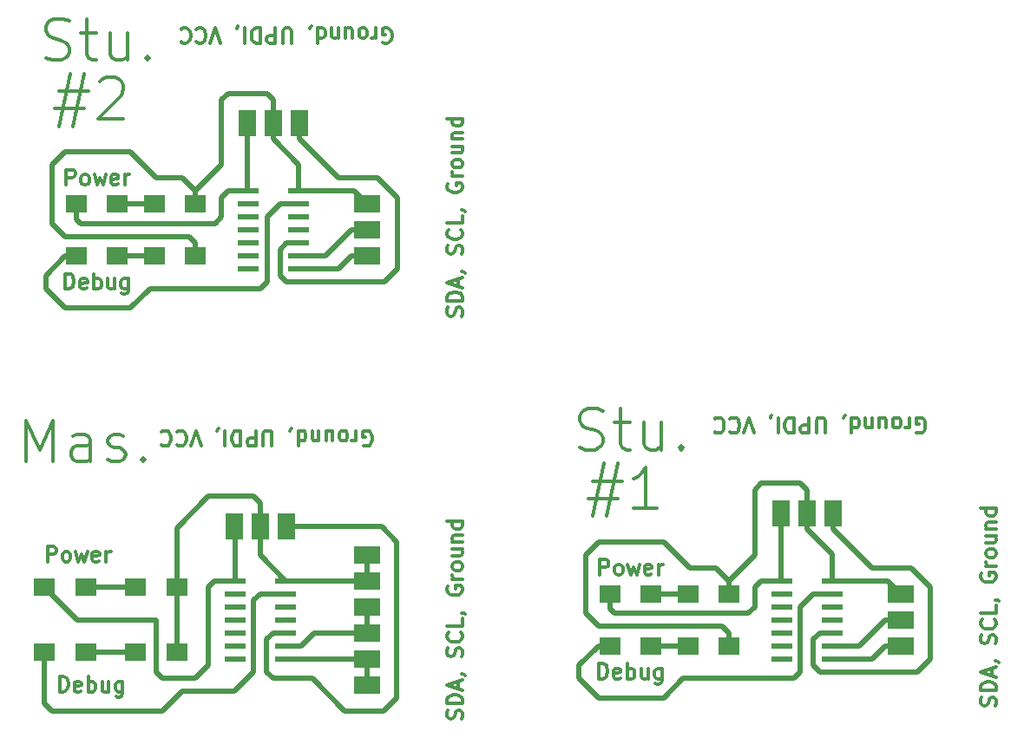
<source format=gbr>
%TF.GenerationSoftware,KiCad,Pcbnew,(6.0.2)*%
%TF.CreationDate,2022-12-05T07:17:16-05:00*%
%TF.ProjectId,Comms,436f6d6d-732e-46b6-9963-61645f706362,rev?*%
%TF.SameCoordinates,Original*%
%TF.FileFunction,Copper,L1,Top*%
%TF.FilePolarity,Positive*%
%FSLAX46Y46*%
G04 Gerber Fmt 4.6, Leading zero omitted, Abs format (unit mm)*
G04 Created by KiCad (PCBNEW (6.0.2)) date 2022-12-05 07:17:16*
%MOMM*%
%LPD*%
G01*
G04 APERTURE LIST*
%ADD10C,0.300000*%
%TA.AperFunction,NonConductor*%
%ADD11C,0.300000*%
%TD*%
%TA.AperFunction,SMDPad,CuDef*%
%ADD12R,2.000000X1.700000*%
%TD*%
%TA.AperFunction,SMDPad,CuDef*%
%ADD13R,2.500000X1.700000*%
%TD*%
%TA.AperFunction,SMDPad,CuDef*%
%ADD14R,2.000000X0.600000*%
%TD*%
%TA.AperFunction,SMDPad,CuDef*%
%ADD15R,1.700000X2.500000*%
%TD*%
%TA.AperFunction,Conductor*%
%ADD16C,0.500000*%
%TD*%
G04 APERTURE END LIST*
D10*
D11*
X199928571Y-85840000D02*
X200071428Y-85911428D01*
X200285714Y-85911428D01*
X200500000Y-85840000D01*
X200642857Y-85697142D01*
X200714285Y-85554285D01*
X200785714Y-85268571D01*
X200785714Y-85054285D01*
X200714285Y-84768571D01*
X200642857Y-84625714D01*
X200500000Y-84482857D01*
X200285714Y-84411428D01*
X200142857Y-84411428D01*
X199928571Y-84482857D01*
X199857142Y-84554285D01*
X199857142Y-85054285D01*
X200142857Y-85054285D01*
X199214285Y-84411428D02*
X199214285Y-85411428D01*
X199214285Y-85125714D02*
X199142857Y-85268571D01*
X199071428Y-85340000D01*
X198928571Y-85411428D01*
X198785714Y-85411428D01*
X198071428Y-84411428D02*
X198214285Y-84482857D01*
X198285714Y-84554285D01*
X198357142Y-84697142D01*
X198357142Y-85125714D01*
X198285714Y-85268571D01*
X198214285Y-85340000D01*
X198071428Y-85411428D01*
X197857142Y-85411428D01*
X197714285Y-85340000D01*
X197642857Y-85268571D01*
X197571428Y-85125714D01*
X197571428Y-84697142D01*
X197642857Y-84554285D01*
X197714285Y-84482857D01*
X197857142Y-84411428D01*
X198071428Y-84411428D01*
X196285714Y-85411428D02*
X196285714Y-84411428D01*
X196928571Y-85411428D02*
X196928571Y-84625714D01*
X196857142Y-84482857D01*
X196714285Y-84411428D01*
X196500000Y-84411428D01*
X196357142Y-84482857D01*
X196285714Y-84554285D01*
X195571428Y-85411428D02*
X195571428Y-84411428D01*
X195571428Y-85268571D02*
X195500000Y-85340000D01*
X195357142Y-85411428D01*
X195142857Y-85411428D01*
X195000000Y-85340000D01*
X194928571Y-85197142D01*
X194928571Y-84411428D01*
X193571428Y-84411428D02*
X193571428Y-85911428D01*
X193571428Y-84482857D02*
X193714285Y-84411428D01*
X194000000Y-84411428D01*
X194142857Y-84482857D01*
X194214285Y-84554285D01*
X194285714Y-84697142D01*
X194285714Y-85125714D01*
X194214285Y-85268571D01*
X194142857Y-85340000D01*
X194000000Y-85411428D01*
X193714285Y-85411428D01*
X193571428Y-85340000D01*
X192785714Y-84482857D02*
X192785714Y-84411428D01*
X192857142Y-84268571D01*
X192928571Y-84197142D01*
X191000000Y-85911428D02*
X191000000Y-84697142D01*
X190928571Y-84554285D01*
X190857142Y-84482857D01*
X190714285Y-84411428D01*
X190428571Y-84411428D01*
X190285714Y-84482857D01*
X190214285Y-84554285D01*
X190142857Y-84697142D01*
X190142857Y-85911428D01*
X189428571Y-84411428D02*
X189428571Y-85911428D01*
X188857142Y-85911428D01*
X188714285Y-85840000D01*
X188642857Y-85768571D01*
X188571428Y-85625714D01*
X188571428Y-85411428D01*
X188642857Y-85268571D01*
X188714285Y-85197142D01*
X188857142Y-85125714D01*
X189428571Y-85125714D01*
X187928571Y-84411428D02*
X187928571Y-85911428D01*
X187571428Y-85911428D01*
X187357142Y-85840000D01*
X187214285Y-85697142D01*
X187142857Y-85554285D01*
X187071428Y-85268571D01*
X187071428Y-85054285D01*
X187142857Y-84768571D01*
X187214285Y-84625714D01*
X187357142Y-84482857D01*
X187571428Y-84411428D01*
X187928571Y-84411428D01*
X186428571Y-84411428D02*
X186428571Y-85911428D01*
X185642857Y-84482857D02*
X185642857Y-84411428D01*
X185714285Y-84268571D01*
X185785714Y-84197142D01*
X184071428Y-85911428D02*
X183571428Y-84411428D01*
X183071428Y-85911428D01*
X181714285Y-84554285D02*
X181785714Y-84482857D01*
X182000000Y-84411428D01*
X182142857Y-84411428D01*
X182357142Y-84482857D01*
X182500000Y-84625714D01*
X182571428Y-84768571D01*
X182642857Y-85054285D01*
X182642857Y-85268571D01*
X182571428Y-85554285D01*
X182500000Y-85697142D01*
X182357142Y-85840000D01*
X182142857Y-85911428D01*
X182000000Y-85911428D01*
X181785714Y-85840000D01*
X181714285Y-85768571D01*
X180214285Y-84554285D02*
X180285714Y-84482857D01*
X180500000Y-84411428D01*
X180642857Y-84411428D01*
X180857142Y-84482857D01*
X181000000Y-84625714D01*
X181071428Y-84768571D01*
X181142857Y-85054285D01*
X181142857Y-85268571D01*
X181071428Y-85554285D01*
X181000000Y-85697142D01*
X180857142Y-85840000D01*
X180642857Y-85911428D01*
X180500000Y-85911428D01*
X180285714Y-85840000D01*
X180214285Y-85768571D01*
D10*
D11*
X169025714Y-99738571D02*
X169025714Y-98238571D01*
X169597142Y-98238571D01*
X169740000Y-98310000D01*
X169811428Y-98381428D01*
X169882857Y-98524285D01*
X169882857Y-98738571D01*
X169811428Y-98881428D01*
X169740000Y-98952857D01*
X169597142Y-99024285D01*
X169025714Y-99024285D01*
X170740000Y-99738571D02*
X170597142Y-99667142D01*
X170525714Y-99595714D01*
X170454285Y-99452857D01*
X170454285Y-99024285D01*
X170525714Y-98881428D01*
X170597142Y-98810000D01*
X170740000Y-98738571D01*
X170954285Y-98738571D01*
X171097142Y-98810000D01*
X171168571Y-98881428D01*
X171240000Y-99024285D01*
X171240000Y-99452857D01*
X171168571Y-99595714D01*
X171097142Y-99667142D01*
X170954285Y-99738571D01*
X170740000Y-99738571D01*
X171740000Y-98738571D02*
X172025714Y-99738571D01*
X172311428Y-99024285D01*
X172597142Y-99738571D01*
X172882857Y-98738571D01*
X174025714Y-99667142D02*
X173882857Y-99738571D01*
X173597142Y-99738571D01*
X173454285Y-99667142D01*
X173382857Y-99524285D01*
X173382857Y-98952857D01*
X173454285Y-98810000D01*
X173597142Y-98738571D01*
X173882857Y-98738571D01*
X174025714Y-98810000D01*
X174097142Y-98952857D01*
X174097142Y-99095714D01*
X173382857Y-99238571D01*
X174740000Y-99738571D02*
X174740000Y-98738571D01*
X174740000Y-99024285D02*
X174811428Y-98881428D01*
X174882857Y-98810000D01*
X175025714Y-98738571D01*
X175168571Y-98738571D01*
D10*
D11*
X115145714Y-98468571D02*
X115145714Y-96968571D01*
X115717142Y-96968571D01*
X115860000Y-97040000D01*
X115931428Y-97111428D01*
X116002857Y-97254285D01*
X116002857Y-97468571D01*
X115931428Y-97611428D01*
X115860000Y-97682857D01*
X115717142Y-97754285D01*
X115145714Y-97754285D01*
X116860000Y-98468571D02*
X116717142Y-98397142D01*
X116645714Y-98325714D01*
X116574285Y-98182857D01*
X116574285Y-97754285D01*
X116645714Y-97611428D01*
X116717142Y-97540000D01*
X116860000Y-97468571D01*
X117074285Y-97468571D01*
X117217142Y-97540000D01*
X117288571Y-97611428D01*
X117360000Y-97754285D01*
X117360000Y-98182857D01*
X117288571Y-98325714D01*
X117217142Y-98397142D01*
X117074285Y-98468571D01*
X116860000Y-98468571D01*
X117860000Y-97468571D02*
X118145714Y-98468571D01*
X118431428Y-97754285D01*
X118717142Y-98468571D01*
X119002857Y-97468571D01*
X120145714Y-98397142D02*
X120002857Y-98468571D01*
X119717142Y-98468571D01*
X119574285Y-98397142D01*
X119502857Y-98254285D01*
X119502857Y-97682857D01*
X119574285Y-97540000D01*
X119717142Y-97468571D01*
X120002857Y-97468571D01*
X120145714Y-97540000D01*
X120217142Y-97682857D01*
X120217142Y-97825714D01*
X119502857Y-97968571D01*
X120860000Y-98468571D02*
X120860000Y-97468571D01*
X120860000Y-97754285D02*
X120931428Y-97611428D01*
X121002857Y-97540000D01*
X121145714Y-97468571D01*
X121288571Y-97468571D01*
D10*
D11*
X145953571Y-87110000D02*
X146096428Y-87181428D01*
X146310714Y-87181428D01*
X146525000Y-87110000D01*
X146667857Y-86967142D01*
X146739285Y-86824285D01*
X146810714Y-86538571D01*
X146810714Y-86324285D01*
X146739285Y-86038571D01*
X146667857Y-85895714D01*
X146525000Y-85752857D01*
X146310714Y-85681428D01*
X146167857Y-85681428D01*
X145953571Y-85752857D01*
X145882142Y-85824285D01*
X145882142Y-86324285D01*
X146167857Y-86324285D01*
X145239285Y-85681428D02*
X145239285Y-86681428D01*
X145239285Y-86395714D02*
X145167857Y-86538571D01*
X145096428Y-86610000D01*
X144953571Y-86681428D01*
X144810714Y-86681428D01*
X144096428Y-85681428D02*
X144239285Y-85752857D01*
X144310714Y-85824285D01*
X144382142Y-85967142D01*
X144382142Y-86395714D01*
X144310714Y-86538571D01*
X144239285Y-86610000D01*
X144096428Y-86681428D01*
X143882142Y-86681428D01*
X143739285Y-86610000D01*
X143667857Y-86538571D01*
X143596428Y-86395714D01*
X143596428Y-85967142D01*
X143667857Y-85824285D01*
X143739285Y-85752857D01*
X143882142Y-85681428D01*
X144096428Y-85681428D01*
X142310714Y-86681428D02*
X142310714Y-85681428D01*
X142953571Y-86681428D02*
X142953571Y-85895714D01*
X142882142Y-85752857D01*
X142739285Y-85681428D01*
X142525000Y-85681428D01*
X142382142Y-85752857D01*
X142310714Y-85824285D01*
X141596428Y-86681428D02*
X141596428Y-85681428D01*
X141596428Y-86538571D02*
X141525000Y-86610000D01*
X141382142Y-86681428D01*
X141167857Y-86681428D01*
X141025000Y-86610000D01*
X140953571Y-86467142D01*
X140953571Y-85681428D01*
X139596428Y-85681428D02*
X139596428Y-87181428D01*
X139596428Y-85752857D02*
X139739285Y-85681428D01*
X140025000Y-85681428D01*
X140167857Y-85752857D01*
X140239285Y-85824285D01*
X140310714Y-85967142D01*
X140310714Y-86395714D01*
X140239285Y-86538571D01*
X140167857Y-86610000D01*
X140025000Y-86681428D01*
X139739285Y-86681428D01*
X139596428Y-86610000D01*
X138810714Y-85752857D02*
X138810714Y-85681428D01*
X138882142Y-85538571D01*
X138953571Y-85467142D01*
X137025000Y-87181428D02*
X137025000Y-85967142D01*
X136953571Y-85824285D01*
X136882142Y-85752857D01*
X136739285Y-85681428D01*
X136453571Y-85681428D01*
X136310714Y-85752857D01*
X136239285Y-85824285D01*
X136167857Y-85967142D01*
X136167857Y-87181428D01*
X135453571Y-85681428D02*
X135453571Y-87181428D01*
X134882142Y-87181428D01*
X134739285Y-87110000D01*
X134667857Y-87038571D01*
X134596428Y-86895714D01*
X134596428Y-86681428D01*
X134667857Y-86538571D01*
X134739285Y-86467142D01*
X134882142Y-86395714D01*
X135453571Y-86395714D01*
X133953571Y-85681428D02*
X133953571Y-87181428D01*
X133596428Y-87181428D01*
X133382142Y-87110000D01*
X133239285Y-86967142D01*
X133167857Y-86824285D01*
X133096428Y-86538571D01*
X133096428Y-86324285D01*
X133167857Y-86038571D01*
X133239285Y-85895714D01*
X133382142Y-85752857D01*
X133596428Y-85681428D01*
X133953571Y-85681428D01*
X132453571Y-85681428D02*
X132453571Y-87181428D01*
X131667857Y-85752857D02*
X131667857Y-85681428D01*
X131739285Y-85538571D01*
X131810714Y-85467142D01*
X130096428Y-87181428D02*
X129596428Y-85681428D01*
X129096428Y-87181428D01*
X127739285Y-85824285D02*
X127810714Y-85752857D01*
X128025000Y-85681428D01*
X128167857Y-85681428D01*
X128382142Y-85752857D01*
X128525000Y-85895714D01*
X128596428Y-86038571D01*
X128667857Y-86324285D01*
X128667857Y-86538571D01*
X128596428Y-86824285D01*
X128525000Y-86967142D01*
X128382142Y-87110000D01*
X128167857Y-87181428D01*
X128025000Y-87181428D01*
X127810714Y-87110000D01*
X127739285Y-87038571D01*
X126239285Y-85824285D02*
X126310714Y-85752857D01*
X126525000Y-85681428D01*
X126667857Y-85681428D01*
X126882142Y-85752857D01*
X127025000Y-85895714D01*
X127096428Y-86038571D01*
X127167857Y-86324285D01*
X127167857Y-86538571D01*
X127096428Y-86824285D01*
X127025000Y-86967142D01*
X126882142Y-87110000D01*
X126667857Y-87181428D01*
X126525000Y-87181428D01*
X126310714Y-87110000D01*
X126239285Y-87038571D01*
D10*
D11*
X155557142Y-74503571D02*
X155628571Y-74289285D01*
X155628571Y-73932142D01*
X155557142Y-73789285D01*
X155485714Y-73717857D01*
X155342857Y-73646428D01*
X155200000Y-73646428D01*
X155057142Y-73717857D01*
X154985714Y-73789285D01*
X154914285Y-73932142D01*
X154842857Y-74217857D01*
X154771428Y-74360714D01*
X154700000Y-74432142D01*
X154557142Y-74503571D01*
X154414285Y-74503571D01*
X154271428Y-74432142D01*
X154200000Y-74360714D01*
X154128571Y-74217857D01*
X154128571Y-73860714D01*
X154200000Y-73646428D01*
X155628571Y-73003571D02*
X154128571Y-73003571D01*
X154128571Y-72646428D01*
X154200000Y-72432142D01*
X154342857Y-72289285D01*
X154485714Y-72217857D01*
X154771428Y-72146428D01*
X154985714Y-72146428D01*
X155271428Y-72217857D01*
X155414285Y-72289285D01*
X155557142Y-72432142D01*
X155628571Y-72646428D01*
X155628571Y-73003571D01*
X155200000Y-71575000D02*
X155200000Y-70860714D01*
X155628571Y-71717857D02*
X154128571Y-71217857D01*
X155628571Y-70717857D01*
X155557142Y-70146428D02*
X155628571Y-70146428D01*
X155771428Y-70217857D01*
X155842857Y-70289285D01*
X155557142Y-68432142D02*
X155628571Y-68217857D01*
X155628571Y-67860714D01*
X155557142Y-67717857D01*
X155485714Y-67646428D01*
X155342857Y-67575000D01*
X155200000Y-67575000D01*
X155057142Y-67646428D01*
X154985714Y-67717857D01*
X154914285Y-67860714D01*
X154842857Y-68146428D01*
X154771428Y-68289285D01*
X154700000Y-68360714D01*
X154557142Y-68432142D01*
X154414285Y-68432142D01*
X154271428Y-68360714D01*
X154200000Y-68289285D01*
X154128571Y-68146428D01*
X154128571Y-67789285D01*
X154200000Y-67575000D01*
X155485714Y-66075000D02*
X155557142Y-66146428D01*
X155628571Y-66360714D01*
X155628571Y-66503571D01*
X155557142Y-66717857D01*
X155414285Y-66860714D01*
X155271428Y-66932142D01*
X154985714Y-67003571D01*
X154771428Y-67003571D01*
X154485714Y-66932142D01*
X154342857Y-66860714D01*
X154200000Y-66717857D01*
X154128571Y-66503571D01*
X154128571Y-66360714D01*
X154200000Y-66146428D01*
X154271428Y-66075000D01*
X155628571Y-64717857D02*
X155628571Y-65432142D01*
X154128571Y-65432142D01*
X155557142Y-64146428D02*
X155628571Y-64146428D01*
X155771428Y-64217857D01*
X155842857Y-64289285D01*
X154200000Y-61575000D02*
X154128571Y-61717857D01*
X154128571Y-61932142D01*
X154200000Y-62146428D01*
X154342857Y-62289285D01*
X154485714Y-62360714D01*
X154771428Y-62432142D01*
X154985714Y-62432142D01*
X155271428Y-62360714D01*
X155414285Y-62289285D01*
X155557142Y-62146428D01*
X155628571Y-61932142D01*
X155628571Y-61789285D01*
X155557142Y-61575000D01*
X155485714Y-61503571D01*
X154985714Y-61503571D01*
X154985714Y-61789285D01*
X155628571Y-60860714D02*
X154628571Y-60860714D01*
X154914285Y-60860714D02*
X154771428Y-60789285D01*
X154700000Y-60717857D01*
X154628571Y-60575000D01*
X154628571Y-60432142D01*
X155628571Y-59717857D02*
X155557142Y-59860714D01*
X155485714Y-59932142D01*
X155342857Y-60003571D01*
X154914285Y-60003571D01*
X154771428Y-59932142D01*
X154700000Y-59860714D01*
X154628571Y-59717857D01*
X154628571Y-59503571D01*
X154700000Y-59360714D01*
X154771428Y-59289285D01*
X154914285Y-59217857D01*
X155342857Y-59217857D01*
X155485714Y-59289285D01*
X155557142Y-59360714D01*
X155628571Y-59503571D01*
X155628571Y-59717857D01*
X154628571Y-57932142D02*
X155628571Y-57932142D01*
X154628571Y-58575000D02*
X155414285Y-58575000D01*
X155557142Y-58503571D01*
X155628571Y-58360714D01*
X155628571Y-58146428D01*
X155557142Y-58003571D01*
X155485714Y-57932142D01*
X154628571Y-57217857D02*
X155628571Y-57217857D01*
X154771428Y-57217857D02*
X154700000Y-57146428D01*
X154628571Y-57003571D01*
X154628571Y-56789285D01*
X154700000Y-56646428D01*
X154842857Y-56575000D01*
X155628571Y-56575000D01*
X155628571Y-55217857D02*
X154128571Y-55217857D01*
X155557142Y-55217857D02*
X155628571Y-55360714D01*
X155628571Y-55646428D01*
X155557142Y-55789285D01*
X155485714Y-55860714D01*
X155342857Y-55932142D01*
X154914285Y-55932142D01*
X154771428Y-55860714D01*
X154700000Y-55789285D01*
X154628571Y-55646428D01*
X154628571Y-55360714D01*
X154700000Y-55217857D01*
D10*
D11*
X207617142Y-112548571D02*
X207688571Y-112334285D01*
X207688571Y-111977142D01*
X207617142Y-111834285D01*
X207545714Y-111762857D01*
X207402857Y-111691428D01*
X207260000Y-111691428D01*
X207117142Y-111762857D01*
X207045714Y-111834285D01*
X206974285Y-111977142D01*
X206902857Y-112262857D01*
X206831428Y-112405714D01*
X206760000Y-112477142D01*
X206617142Y-112548571D01*
X206474285Y-112548571D01*
X206331428Y-112477142D01*
X206260000Y-112405714D01*
X206188571Y-112262857D01*
X206188571Y-111905714D01*
X206260000Y-111691428D01*
X207688571Y-111048571D02*
X206188571Y-111048571D01*
X206188571Y-110691428D01*
X206260000Y-110477142D01*
X206402857Y-110334285D01*
X206545714Y-110262857D01*
X206831428Y-110191428D01*
X207045714Y-110191428D01*
X207331428Y-110262857D01*
X207474285Y-110334285D01*
X207617142Y-110477142D01*
X207688571Y-110691428D01*
X207688571Y-111048571D01*
X207260000Y-109620000D02*
X207260000Y-108905714D01*
X207688571Y-109762857D02*
X206188571Y-109262857D01*
X207688571Y-108762857D01*
X207617142Y-108191428D02*
X207688571Y-108191428D01*
X207831428Y-108262857D01*
X207902857Y-108334285D01*
X207617142Y-106477142D02*
X207688571Y-106262857D01*
X207688571Y-105905714D01*
X207617142Y-105762857D01*
X207545714Y-105691428D01*
X207402857Y-105620000D01*
X207260000Y-105620000D01*
X207117142Y-105691428D01*
X207045714Y-105762857D01*
X206974285Y-105905714D01*
X206902857Y-106191428D01*
X206831428Y-106334285D01*
X206760000Y-106405714D01*
X206617142Y-106477142D01*
X206474285Y-106477142D01*
X206331428Y-106405714D01*
X206260000Y-106334285D01*
X206188571Y-106191428D01*
X206188571Y-105834285D01*
X206260000Y-105620000D01*
X207545714Y-104120000D02*
X207617142Y-104191428D01*
X207688571Y-104405714D01*
X207688571Y-104548571D01*
X207617142Y-104762857D01*
X207474285Y-104905714D01*
X207331428Y-104977142D01*
X207045714Y-105048571D01*
X206831428Y-105048571D01*
X206545714Y-104977142D01*
X206402857Y-104905714D01*
X206260000Y-104762857D01*
X206188571Y-104548571D01*
X206188571Y-104405714D01*
X206260000Y-104191428D01*
X206331428Y-104120000D01*
X207688571Y-102762857D02*
X207688571Y-103477142D01*
X206188571Y-103477142D01*
X207617142Y-102191428D02*
X207688571Y-102191428D01*
X207831428Y-102262857D01*
X207902857Y-102334285D01*
X206260000Y-99620000D02*
X206188571Y-99762857D01*
X206188571Y-99977142D01*
X206260000Y-100191428D01*
X206402857Y-100334285D01*
X206545714Y-100405714D01*
X206831428Y-100477142D01*
X207045714Y-100477142D01*
X207331428Y-100405714D01*
X207474285Y-100334285D01*
X207617142Y-100191428D01*
X207688571Y-99977142D01*
X207688571Y-99834285D01*
X207617142Y-99620000D01*
X207545714Y-99548571D01*
X207045714Y-99548571D01*
X207045714Y-99834285D01*
X207688571Y-98905714D02*
X206688571Y-98905714D01*
X206974285Y-98905714D02*
X206831428Y-98834285D01*
X206760000Y-98762857D01*
X206688571Y-98620000D01*
X206688571Y-98477142D01*
X207688571Y-97762857D02*
X207617142Y-97905714D01*
X207545714Y-97977142D01*
X207402857Y-98048571D01*
X206974285Y-98048571D01*
X206831428Y-97977142D01*
X206760000Y-97905714D01*
X206688571Y-97762857D01*
X206688571Y-97548571D01*
X206760000Y-97405714D01*
X206831428Y-97334285D01*
X206974285Y-97262857D01*
X207402857Y-97262857D01*
X207545714Y-97334285D01*
X207617142Y-97405714D01*
X207688571Y-97548571D01*
X207688571Y-97762857D01*
X206688571Y-95977142D02*
X207688571Y-95977142D01*
X206688571Y-96620000D02*
X207474285Y-96620000D01*
X207617142Y-96548571D01*
X207688571Y-96405714D01*
X207688571Y-96191428D01*
X207617142Y-96048571D01*
X207545714Y-95977142D01*
X206688571Y-95262857D02*
X207688571Y-95262857D01*
X206831428Y-95262857D02*
X206760000Y-95191428D01*
X206688571Y-95048571D01*
X206688571Y-94834285D01*
X206760000Y-94691428D01*
X206902857Y-94620000D01*
X207688571Y-94620000D01*
X207688571Y-93262857D02*
X206188571Y-93262857D01*
X207617142Y-93262857D02*
X207688571Y-93405714D01*
X207688571Y-93691428D01*
X207617142Y-93834285D01*
X207545714Y-93905714D01*
X207402857Y-93977142D01*
X206974285Y-93977142D01*
X206831428Y-93905714D01*
X206760000Y-93834285D01*
X206688571Y-93691428D01*
X206688571Y-93405714D01*
X206760000Y-93262857D01*
D10*
D11*
X113020714Y-88689523D02*
X113020714Y-84689523D01*
X114354047Y-87546666D01*
X115687380Y-84689523D01*
X115687380Y-88689523D01*
X119306428Y-88689523D02*
X119306428Y-86594285D01*
X119115952Y-86213333D01*
X118735000Y-86022857D01*
X117973095Y-86022857D01*
X117592142Y-86213333D01*
X119306428Y-88499047D02*
X118925476Y-88689523D01*
X117973095Y-88689523D01*
X117592142Y-88499047D01*
X117401666Y-88118095D01*
X117401666Y-87737142D01*
X117592142Y-87356190D01*
X117973095Y-87165714D01*
X118925476Y-87165714D01*
X119306428Y-86975238D01*
X121020714Y-88499047D02*
X121401666Y-88689523D01*
X122163571Y-88689523D01*
X122544523Y-88499047D01*
X122735000Y-88118095D01*
X122735000Y-87927619D01*
X122544523Y-87546666D01*
X122163571Y-87356190D01*
X121592142Y-87356190D01*
X121211190Y-87165714D01*
X121020714Y-86784761D01*
X121020714Y-86594285D01*
X121211190Y-86213333D01*
X121592142Y-86022857D01*
X122163571Y-86022857D01*
X122544523Y-86213333D01*
X124449285Y-88308571D02*
X124639761Y-88499047D01*
X124449285Y-88689523D01*
X124258809Y-88499047D01*
X124449285Y-88308571D01*
X124449285Y-88689523D01*
D10*
D11*
X168307142Y-90582857D02*
X171164285Y-90582857D01*
X169450000Y-88868571D02*
X168307142Y-94011428D01*
X170783333Y-92297142D02*
X167926190Y-92297142D01*
X169640476Y-94011428D02*
X170783333Y-88868571D01*
X174592857Y-93249523D02*
X172307142Y-93249523D01*
X173450000Y-93249523D02*
X173450000Y-89249523D01*
X173069047Y-89820952D01*
X172688095Y-90201904D01*
X172307142Y-90392380D01*
D10*
D11*
X147868571Y-47795000D02*
X148011428Y-47866428D01*
X148225714Y-47866428D01*
X148440000Y-47795000D01*
X148582857Y-47652142D01*
X148654285Y-47509285D01*
X148725714Y-47223571D01*
X148725714Y-47009285D01*
X148654285Y-46723571D01*
X148582857Y-46580714D01*
X148440000Y-46437857D01*
X148225714Y-46366428D01*
X148082857Y-46366428D01*
X147868571Y-46437857D01*
X147797142Y-46509285D01*
X147797142Y-47009285D01*
X148082857Y-47009285D01*
X147154285Y-46366428D02*
X147154285Y-47366428D01*
X147154285Y-47080714D02*
X147082857Y-47223571D01*
X147011428Y-47295000D01*
X146868571Y-47366428D01*
X146725714Y-47366428D01*
X146011428Y-46366428D02*
X146154285Y-46437857D01*
X146225714Y-46509285D01*
X146297142Y-46652142D01*
X146297142Y-47080714D01*
X146225714Y-47223571D01*
X146154285Y-47295000D01*
X146011428Y-47366428D01*
X145797142Y-47366428D01*
X145654285Y-47295000D01*
X145582857Y-47223571D01*
X145511428Y-47080714D01*
X145511428Y-46652142D01*
X145582857Y-46509285D01*
X145654285Y-46437857D01*
X145797142Y-46366428D01*
X146011428Y-46366428D01*
X144225714Y-47366428D02*
X144225714Y-46366428D01*
X144868571Y-47366428D02*
X144868571Y-46580714D01*
X144797142Y-46437857D01*
X144654285Y-46366428D01*
X144440000Y-46366428D01*
X144297142Y-46437857D01*
X144225714Y-46509285D01*
X143511428Y-47366428D02*
X143511428Y-46366428D01*
X143511428Y-47223571D02*
X143440000Y-47295000D01*
X143297142Y-47366428D01*
X143082857Y-47366428D01*
X142940000Y-47295000D01*
X142868571Y-47152142D01*
X142868571Y-46366428D01*
X141511428Y-46366428D02*
X141511428Y-47866428D01*
X141511428Y-46437857D02*
X141654285Y-46366428D01*
X141940000Y-46366428D01*
X142082857Y-46437857D01*
X142154285Y-46509285D01*
X142225714Y-46652142D01*
X142225714Y-47080714D01*
X142154285Y-47223571D01*
X142082857Y-47295000D01*
X141940000Y-47366428D01*
X141654285Y-47366428D01*
X141511428Y-47295000D01*
X140725714Y-46437857D02*
X140725714Y-46366428D01*
X140797142Y-46223571D01*
X140868571Y-46152142D01*
X138940000Y-47866428D02*
X138940000Y-46652142D01*
X138868571Y-46509285D01*
X138797142Y-46437857D01*
X138654285Y-46366428D01*
X138368571Y-46366428D01*
X138225714Y-46437857D01*
X138154285Y-46509285D01*
X138082857Y-46652142D01*
X138082857Y-47866428D01*
X137368571Y-46366428D02*
X137368571Y-47866428D01*
X136797142Y-47866428D01*
X136654285Y-47795000D01*
X136582857Y-47723571D01*
X136511428Y-47580714D01*
X136511428Y-47366428D01*
X136582857Y-47223571D01*
X136654285Y-47152142D01*
X136797142Y-47080714D01*
X137368571Y-47080714D01*
X135868571Y-46366428D02*
X135868571Y-47866428D01*
X135511428Y-47866428D01*
X135297142Y-47795000D01*
X135154285Y-47652142D01*
X135082857Y-47509285D01*
X135011428Y-47223571D01*
X135011428Y-47009285D01*
X135082857Y-46723571D01*
X135154285Y-46580714D01*
X135297142Y-46437857D01*
X135511428Y-46366428D01*
X135868571Y-46366428D01*
X134368571Y-46366428D02*
X134368571Y-47866428D01*
X133582857Y-46437857D02*
X133582857Y-46366428D01*
X133654285Y-46223571D01*
X133725714Y-46152142D01*
X132011428Y-47866428D02*
X131511428Y-46366428D01*
X131011428Y-47866428D01*
X129654285Y-46509285D02*
X129725714Y-46437857D01*
X129940000Y-46366428D01*
X130082857Y-46366428D01*
X130297142Y-46437857D01*
X130440000Y-46580714D01*
X130511428Y-46723571D01*
X130582857Y-47009285D01*
X130582857Y-47223571D01*
X130511428Y-47509285D01*
X130440000Y-47652142D01*
X130297142Y-47795000D01*
X130082857Y-47866428D01*
X129940000Y-47866428D01*
X129725714Y-47795000D01*
X129654285Y-47723571D01*
X128154285Y-46509285D02*
X128225714Y-46437857D01*
X128440000Y-46366428D01*
X128582857Y-46366428D01*
X128797142Y-46437857D01*
X128940000Y-46580714D01*
X129011428Y-46723571D01*
X129082857Y-47009285D01*
X129082857Y-47223571D01*
X129011428Y-47509285D01*
X128940000Y-47652142D01*
X128797142Y-47795000D01*
X128582857Y-47866428D01*
X128440000Y-47866428D01*
X128225714Y-47795000D01*
X128154285Y-47723571D01*
D10*
D11*
X116858571Y-71853571D02*
X116858571Y-70353571D01*
X117215714Y-70353571D01*
X117430000Y-70425000D01*
X117572857Y-70567857D01*
X117644285Y-70710714D01*
X117715714Y-70996428D01*
X117715714Y-71210714D01*
X117644285Y-71496428D01*
X117572857Y-71639285D01*
X117430000Y-71782142D01*
X117215714Y-71853571D01*
X116858571Y-71853571D01*
X118930000Y-71782142D02*
X118787142Y-71853571D01*
X118501428Y-71853571D01*
X118358571Y-71782142D01*
X118287142Y-71639285D01*
X118287142Y-71067857D01*
X118358571Y-70925000D01*
X118501428Y-70853571D01*
X118787142Y-70853571D01*
X118930000Y-70925000D01*
X119001428Y-71067857D01*
X119001428Y-71210714D01*
X118287142Y-71353571D01*
X119644285Y-71853571D02*
X119644285Y-70353571D01*
X119644285Y-70925000D02*
X119787142Y-70853571D01*
X120072857Y-70853571D01*
X120215714Y-70925000D01*
X120287142Y-70996428D01*
X120358571Y-71139285D01*
X120358571Y-71567857D01*
X120287142Y-71710714D01*
X120215714Y-71782142D01*
X120072857Y-71853571D01*
X119787142Y-71853571D01*
X119644285Y-71782142D01*
X121644285Y-70853571D02*
X121644285Y-71853571D01*
X121001428Y-70853571D02*
X121001428Y-71639285D01*
X121072857Y-71782142D01*
X121215714Y-71853571D01*
X121430000Y-71853571D01*
X121572857Y-71782142D01*
X121644285Y-71710714D01*
X123001428Y-70853571D02*
X123001428Y-72067857D01*
X122930000Y-72210714D01*
X122858571Y-72282142D01*
X122715714Y-72353571D01*
X122501428Y-72353571D01*
X122358571Y-72282142D01*
X123001428Y-71782142D02*
X122858571Y-71853571D01*
X122572857Y-71853571D01*
X122430000Y-71782142D01*
X122358571Y-71710714D01*
X122287142Y-71567857D01*
X122287142Y-71139285D01*
X122358571Y-70996428D01*
X122430000Y-70925000D01*
X122572857Y-70853571D01*
X122858571Y-70853571D01*
X123001428Y-70925000D01*
D10*
D11*
X116247142Y-52537857D02*
X119104285Y-52537857D01*
X117390000Y-50823571D02*
X116247142Y-55966428D01*
X118723333Y-54252142D02*
X115866190Y-54252142D01*
X117580476Y-55966428D02*
X118723333Y-50823571D01*
X120247142Y-51585476D02*
X120437619Y-51395000D01*
X120818571Y-51204523D01*
X121770952Y-51204523D01*
X122151904Y-51395000D01*
X122342380Y-51585476D01*
X122532857Y-51966428D01*
X122532857Y-52347380D01*
X122342380Y-52918809D01*
X120056666Y-55204523D01*
X122532857Y-55204523D01*
D10*
D11*
X114977380Y-49299047D02*
X115548809Y-49489523D01*
X116501190Y-49489523D01*
X116882142Y-49299047D01*
X117072619Y-49108571D01*
X117263095Y-48727619D01*
X117263095Y-48346666D01*
X117072619Y-47965714D01*
X116882142Y-47775238D01*
X116501190Y-47584761D01*
X115739285Y-47394285D01*
X115358333Y-47203809D01*
X115167857Y-47013333D01*
X114977380Y-46632380D01*
X114977380Y-46251428D01*
X115167857Y-45870476D01*
X115358333Y-45680000D01*
X115739285Y-45489523D01*
X116691666Y-45489523D01*
X117263095Y-45680000D01*
X118405952Y-46822857D02*
X119929761Y-46822857D01*
X118977380Y-45489523D02*
X118977380Y-48918095D01*
X119167857Y-49299047D01*
X119548809Y-49489523D01*
X119929761Y-49489523D01*
X122977380Y-46822857D02*
X122977380Y-49489523D01*
X121263095Y-46822857D02*
X121263095Y-48918095D01*
X121453571Y-49299047D01*
X121834523Y-49489523D01*
X122405952Y-49489523D01*
X122786904Y-49299047D01*
X122977380Y-49108571D01*
X124882142Y-49108571D02*
X125072619Y-49299047D01*
X124882142Y-49489523D01*
X124691666Y-49299047D01*
X124882142Y-49108571D01*
X124882142Y-49489523D01*
D10*
D11*
X116308571Y-111168571D02*
X116308571Y-109668571D01*
X116665714Y-109668571D01*
X116880000Y-109740000D01*
X117022857Y-109882857D01*
X117094285Y-110025714D01*
X117165714Y-110311428D01*
X117165714Y-110525714D01*
X117094285Y-110811428D01*
X117022857Y-110954285D01*
X116880000Y-111097142D01*
X116665714Y-111168571D01*
X116308571Y-111168571D01*
X118380000Y-111097142D02*
X118237142Y-111168571D01*
X117951428Y-111168571D01*
X117808571Y-111097142D01*
X117737142Y-110954285D01*
X117737142Y-110382857D01*
X117808571Y-110240000D01*
X117951428Y-110168571D01*
X118237142Y-110168571D01*
X118380000Y-110240000D01*
X118451428Y-110382857D01*
X118451428Y-110525714D01*
X117737142Y-110668571D01*
X119094285Y-111168571D02*
X119094285Y-109668571D01*
X119094285Y-110240000D02*
X119237142Y-110168571D01*
X119522857Y-110168571D01*
X119665714Y-110240000D01*
X119737142Y-110311428D01*
X119808571Y-110454285D01*
X119808571Y-110882857D01*
X119737142Y-111025714D01*
X119665714Y-111097142D01*
X119522857Y-111168571D01*
X119237142Y-111168571D01*
X119094285Y-111097142D01*
X121094285Y-110168571D02*
X121094285Y-111168571D01*
X120451428Y-110168571D02*
X120451428Y-110954285D01*
X120522857Y-111097142D01*
X120665714Y-111168571D01*
X120880000Y-111168571D01*
X121022857Y-111097142D01*
X121094285Y-111025714D01*
X122451428Y-110168571D02*
X122451428Y-111382857D01*
X122380000Y-111525714D01*
X122308571Y-111597142D01*
X122165714Y-111668571D01*
X121951428Y-111668571D01*
X121808571Y-111597142D01*
X122451428Y-111097142D02*
X122308571Y-111168571D01*
X122022857Y-111168571D01*
X121880000Y-111097142D01*
X121808571Y-111025714D01*
X121737142Y-110882857D01*
X121737142Y-110454285D01*
X121808571Y-110311428D01*
X121880000Y-110240000D01*
X122022857Y-110168571D01*
X122308571Y-110168571D01*
X122451428Y-110240000D01*
D10*
D11*
X155547142Y-113818571D02*
X155618571Y-113604285D01*
X155618571Y-113247142D01*
X155547142Y-113104285D01*
X155475714Y-113032857D01*
X155332857Y-112961428D01*
X155190000Y-112961428D01*
X155047142Y-113032857D01*
X154975714Y-113104285D01*
X154904285Y-113247142D01*
X154832857Y-113532857D01*
X154761428Y-113675714D01*
X154690000Y-113747142D01*
X154547142Y-113818571D01*
X154404285Y-113818571D01*
X154261428Y-113747142D01*
X154190000Y-113675714D01*
X154118571Y-113532857D01*
X154118571Y-113175714D01*
X154190000Y-112961428D01*
X155618571Y-112318571D02*
X154118571Y-112318571D01*
X154118571Y-111961428D01*
X154190000Y-111747142D01*
X154332857Y-111604285D01*
X154475714Y-111532857D01*
X154761428Y-111461428D01*
X154975714Y-111461428D01*
X155261428Y-111532857D01*
X155404285Y-111604285D01*
X155547142Y-111747142D01*
X155618571Y-111961428D01*
X155618571Y-112318571D01*
X155190000Y-110890000D02*
X155190000Y-110175714D01*
X155618571Y-111032857D02*
X154118571Y-110532857D01*
X155618571Y-110032857D01*
X155547142Y-109461428D02*
X155618571Y-109461428D01*
X155761428Y-109532857D01*
X155832857Y-109604285D01*
X155547142Y-107747142D02*
X155618571Y-107532857D01*
X155618571Y-107175714D01*
X155547142Y-107032857D01*
X155475714Y-106961428D01*
X155332857Y-106890000D01*
X155190000Y-106890000D01*
X155047142Y-106961428D01*
X154975714Y-107032857D01*
X154904285Y-107175714D01*
X154832857Y-107461428D01*
X154761428Y-107604285D01*
X154690000Y-107675714D01*
X154547142Y-107747142D01*
X154404285Y-107747142D01*
X154261428Y-107675714D01*
X154190000Y-107604285D01*
X154118571Y-107461428D01*
X154118571Y-107104285D01*
X154190000Y-106890000D01*
X155475714Y-105390000D02*
X155547142Y-105461428D01*
X155618571Y-105675714D01*
X155618571Y-105818571D01*
X155547142Y-106032857D01*
X155404285Y-106175714D01*
X155261428Y-106247142D01*
X154975714Y-106318571D01*
X154761428Y-106318571D01*
X154475714Y-106247142D01*
X154332857Y-106175714D01*
X154190000Y-106032857D01*
X154118571Y-105818571D01*
X154118571Y-105675714D01*
X154190000Y-105461428D01*
X154261428Y-105390000D01*
X155618571Y-104032857D02*
X155618571Y-104747142D01*
X154118571Y-104747142D01*
X155547142Y-103461428D02*
X155618571Y-103461428D01*
X155761428Y-103532857D01*
X155832857Y-103604285D01*
X154190000Y-100890000D02*
X154118571Y-101032857D01*
X154118571Y-101247142D01*
X154190000Y-101461428D01*
X154332857Y-101604285D01*
X154475714Y-101675714D01*
X154761428Y-101747142D01*
X154975714Y-101747142D01*
X155261428Y-101675714D01*
X155404285Y-101604285D01*
X155547142Y-101461428D01*
X155618571Y-101247142D01*
X155618571Y-101104285D01*
X155547142Y-100890000D01*
X155475714Y-100818571D01*
X154975714Y-100818571D01*
X154975714Y-101104285D01*
X155618571Y-100175714D02*
X154618571Y-100175714D01*
X154904285Y-100175714D02*
X154761428Y-100104285D01*
X154690000Y-100032857D01*
X154618571Y-99890000D01*
X154618571Y-99747142D01*
X155618571Y-99032857D02*
X155547142Y-99175714D01*
X155475714Y-99247142D01*
X155332857Y-99318571D01*
X154904285Y-99318571D01*
X154761428Y-99247142D01*
X154690000Y-99175714D01*
X154618571Y-99032857D01*
X154618571Y-98818571D01*
X154690000Y-98675714D01*
X154761428Y-98604285D01*
X154904285Y-98532857D01*
X155332857Y-98532857D01*
X155475714Y-98604285D01*
X155547142Y-98675714D01*
X155618571Y-98818571D01*
X155618571Y-99032857D01*
X154618571Y-97247142D02*
X155618571Y-97247142D01*
X154618571Y-97890000D02*
X155404285Y-97890000D01*
X155547142Y-97818571D01*
X155618571Y-97675714D01*
X155618571Y-97461428D01*
X155547142Y-97318571D01*
X155475714Y-97247142D01*
X154618571Y-96532857D02*
X155618571Y-96532857D01*
X154761428Y-96532857D02*
X154690000Y-96461428D01*
X154618571Y-96318571D01*
X154618571Y-96104285D01*
X154690000Y-95961428D01*
X154832857Y-95890000D01*
X155618571Y-95890000D01*
X155618571Y-94532857D02*
X154118571Y-94532857D01*
X155547142Y-94532857D02*
X155618571Y-94675714D01*
X155618571Y-94961428D01*
X155547142Y-95104285D01*
X155475714Y-95175714D01*
X155332857Y-95247142D01*
X154904285Y-95247142D01*
X154761428Y-95175714D01*
X154690000Y-95104285D01*
X154618571Y-94961428D01*
X154618571Y-94675714D01*
X154690000Y-94532857D01*
D10*
D11*
X167037380Y-87344047D02*
X167608809Y-87534523D01*
X168561190Y-87534523D01*
X168942142Y-87344047D01*
X169132619Y-87153571D01*
X169323095Y-86772619D01*
X169323095Y-86391666D01*
X169132619Y-86010714D01*
X168942142Y-85820238D01*
X168561190Y-85629761D01*
X167799285Y-85439285D01*
X167418333Y-85248809D01*
X167227857Y-85058333D01*
X167037380Y-84677380D01*
X167037380Y-84296428D01*
X167227857Y-83915476D01*
X167418333Y-83725000D01*
X167799285Y-83534523D01*
X168751666Y-83534523D01*
X169323095Y-83725000D01*
X170465952Y-84867857D02*
X171989761Y-84867857D01*
X171037380Y-83534523D02*
X171037380Y-86963095D01*
X171227857Y-87344047D01*
X171608809Y-87534523D01*
X171989761Y-87534523D01*
X175037380Y-84867857D02*
X175037380Y-87534523D01*
X173323095Y-84867857D02*
X173323095Y-86963095D01*
X173513571Y-87344047D01*
X173894523Y-87534523D01*
X174465952Y-87534523D01*
X174846904Y-87344047D01*
X175037380Y-87153571D01*
X176942142Y-87153571D02*
X177132619Y-87344047D01*
X176942142Y-87534523D01*
X176751666Y-87344047D01*
X176942142Y-87153571D01*
X176942142Y-87534523D01*
D10*
D11*
X168918571Y-109898571D02*
X168918571Y-108398571D01*
X169275714Y-108398571D01*
X169490000Y-108470000D01*
X169632857Y-108612857D01*
X169704285Y-108755714D01*
X169775714Y-109041428D01*
X169775714Y-109255714D01*
X169704285Y-109541428D01*
X169632857Y-109684285D01*
X169490000Y-109827142D01*
X169275714Y-109898571D01*
X168918571Y-109898571D01*
X170990000Y-109827142D02*
X170847142Y-109898571D01*
X170561428Y-109898571D01*
X170418571Y-109827142D01*
X170347142Y-109684285D01*
X170347142Y-109112857D01*
X170418571Y-108970000D01*
X170561428Y-108898571D01*
X170847142Y-108898571D01*
X170990000Y-108970000D01*
X171061428Y-109112857D01*
X171061428Y-109255714D01*
X170347142Y-109398571D01*
X171704285Y-109898571D02*
X171704285Y-108398571D01*
X171704285Y-108970000D02*
X171847142Y-108898571D01*
X172132857Y-108898571D01*
X172275714Y-108970000D01*
X172347142Y-109041428D01*
X172418571Y-109184285D01*
X172418571Y-109612857D01*
X172347142Y-109755714D01*
X172275714Y-109827142D01*
X172132857Y-109898571D01*
X171847142Y-109898571D01*
X171704285Y-109827142D01*
X173704285Y-108898571D02*
X173704285Y-109898571D01*
X173061428Y-108898571D02*
X173061428Y-109684285D01*
X173132857Y-109827142D01*
X173275714Y-109898571D01*
X173490000Y-109898571D01*
X173632857Y-109827142D01*
X173704285Y-109755714D01*
X175061428Y-108898571D02*
X175061428Y-110112857D01*
X174990000Y-110255714D01*
X174918571Y-110327142D01*
X174775714Y-110398571D01*
X174561428Y-110398571D01*
X174418571Y-110327142D01*
X175061428Y-109827142D02*
X174918571Y-109898571D01*
X174632857Y-109898571D01*
X174490000Y-109827142D01*
X174418571Y-109755714D01*
X174347142Y-109612857D01*
X174347142Y-109184285D01*
X174418571Y-109041428D01*
X174490000Y-108970000D01*
X174632857Y-108898571D01*
X174918571Y-108898571D01*
X175061428Y-108970000D01*
D10*
D11*
X116965714Y-61693571D02*
X116965714Y-60193571D01*
X117537142Y-60193571D01*
X117680000Y-60265000D01*
X117751428Y-60336428D01*
X117822857Y-60479285D01*
X117822857Y-60693571D01*
X117751428Y-60836428D01*
X117680000Y-60907857D01*
X117537142Y-60979285D01*
X116965714Y-60979285D01*
X118680000Y-61693571D02*
X118537142Y-61622142D01*
X118465714Y-61550714D01*
X118394285Y-61407857D01*
X118394285Y-60979285D01*
X118465714Y-60836428D01*
X118537142Y-60765000D01*
X118680000Y-60693571D01*
X118894285Y-60693571D01*
X119037142Y-60765000D01*
X119108571Y-60836428D01*
X119180000Y-60979285D01*
X119180000Y-61407857D01*
X119108571Y-61550714D01*
X119037142Y-61622142D01*
X118894285Y-61693571D01*
X118680000Y-61693571D01*
X119680000Y-60693571D02*
X119965714Y-61693571D01*
X120251428Y-60979285D01*
X120537142Y-61693571D01*
X120822857Y-60693571D01*
X121965714Y-61622142D02*
X121822857Y-61693571D01*
X121537142Y-61693571D01*
X121394285Y-61622142D01*
X121322857Y-61479285D01*
X121322857Y-60907857D01*
X121394285Y-60765000D01*
X121537142Y-60693571D01*
X121822857Y-60693571D01*
X121965714Y-60765000D01*
X122037142Y-60907857D01*
X122037142Y-61050714D01*
X121322857Y-61193571D01*
X122680000Y-61693571D02*
X122680000Y-60693571D01*
X122680000Y-60979285D02*
X122751428Y-60836428D01*
X122822857Y-60765000D01*
X122965714Y-60693571D01*
X123108571Y-60693571D01*
D12*
%TO.P,R3,1*%
%TO.N,Net-(J3-Pad2)*%
X127730000Y-100965000D03*
%TO.P,R3,2*%
%TO.N,Net-(D3-Pad1)*%
X123730000Y-100965000D03*
%TD*%
%TO.P,R1,1*%
%TO.N,Net-(J1-Pad2)*%
X181610000Y-101600000D03*
%TO.P,R1,2*%
%TO.N,Net-(D1-Pad1)*%
X177610000Y-101600000D03*
%TD*%
D13*
%TO.P,J4,1,Pin_1*%
%TO.N,Net-(J3-Pad2)*%
X146290000Y-97790000D03*
%TO.P,J4,2,Pin_2*%
X146290000Y-100330000D03*
%TO.P,J4,3,Pin_3*%
%TO.N,Net-(J4-Pad3)*%
X146290000Y-102870000D03*
%TO.P,J4,4,Pin_4*%
X146290000Y-105410000D03*
%TO.P,J4,5,Pin_5*%
%TO.N,Net-(J4-Pad5)*%
X146290000Y-107950000D03*
%TO.P,J4,6,Pin_6*%
X146290000Y-110490000D03*
%TD*%
D12*
%TO.P,R2,1*%
%TO.N,Net-(D2-Pad1)*%
X125550000Y-68635000D03*
%TO.P,R2,2*%
%TO.N,Net-(J1-Pad2)*%
X129550000Y-68635000D03*
%TD*%
D13*
%TO.P,J2,1,Pin_1*%
%TO.N,Net-(J1-Pad2)*%
X146300000Y-63545000D03*
%TO.P,J2,2,Pin_2*%
%TO.N,Net-(J2-Pad2)*%
X146300000Y-66085000D03*
%TO.P,J2,3,Pin_3*%
%TO.N,Net-(J2-Pad3)*%
X146300000Y-68625000D03*
%TD*%
D14*
%TO.P,U1,1,VCC*%
%TO.N,Net-(D1-Pad2)*%
X186755000Y-100330000D03*
%TO.P,U1,2,PA4*%
%TO.N,unconnected-(U1-Pad2)*%
X186755000Y-101600000D03*
%TO.P,U1,3,PA5*%
%TO.N,unconnected-(U1-Pad3)*%
X186755000Y-102870000D03*
%TO.P,U1,4,PA6/DAC*%
%TO.N,unconnected-(U1-Pad4)*%
X186755000Y-104140000D03*
%TO.P,U1,5,PA7*%
%TO.N,unconnected-(U1-Pad5)*%
X186755000Y-105410000D03*
%TO.P,U1,6,PB3/RXD*%
%TO.N,unconnected-(U1-Pad6)*%
X186755000Y-106680000D03*
%TO.P,U1,7,PB2/TXD*%
%TO.N,unconnected-(U1-Pad7)*%
X186755000Y-107950000D03*
%TO.P,U1,8,PB1/SDA*%
%TO.N,Net-(J2-Pad3)*%
X191705000Y-107950000D03*
%TO.P,U1,9,PB0/SCL*%
%TO.N,Net-(J2-Pad2)*%
X191705000Y-106680000D03*
%TO.P,U1,10,~{RESET}/UPDI/PA0*%
%TO.N,Net-(J1-Pad3)*%
X191705000Y-105410000D03*
%TO.P,U1,11,PA1*%
%TO.N,unconnected-(U1-Pad11)*%
X191705000Y-104140000D03*
%TO.P,U1,12,PA2*%
%TO.N,unconnected-(U1-Pad12)*%
X191705000Y-102870000D03*
%TO.P,U1,13,PA3/SCK*%
%TO.N,Net-(D2-Pad2)*%
X191705000Y-101600000D03*
%TO.P,U1,14,GND*%
%TO.N,Net-(J1-Pad2)*%
X191705000Y-100330000D03*
%TD*%
D12*
%TO.P,R1,1*%
%TO.N,Net-(J1-Pad2)*%
X129550000Y-63555000D03*
%TO.P,R1,2*%
%TO.N,Net-(D1-Pad1)*%
X125550000Y-63555000D03*
%TD*%
%TO.P,R4,1*%
%TO.N,Net-(D4-Pad1)*%
X123730000Y-107315000D03*
%TO.P,R4,2*%
%TO.N,Net-(J3-Pad2)*%
X127730000Y-107315000D03*
%TD*%
D15*
%TO.P,J1,1,Pin_1*%
%TO.N,Net-(D1-Pad2)*%
X186680000Y-93740000D03*
%TO.P,J1,2,Pin_2*%
%TO.N,Net-(J1-Pad2)*%
X189220000Y-93740000D03*
%TO.P,J1,3,Pin_3*%
%TO.N,Net-(J1-Pad3)*%
X191760000Y-93740000D03*
%TD*%
%TO.P,J1,1,Pin_1*%
%TO.N,Net-(D1-Pad2)*%
X134620000Y-55695000D03*
%TO.P,J1,2,Pin_2*%
%TO.N,Net-(J1-Pad2)*%
X137160000Y-55695000D03*
%TO.P,J1,3,Pin_3*%
%TO.N,Net-(J1-Pad3)*%
X139700000Y-55695000D03*
%TD*%
D12*
%TO.P,D3,1,K*%
%TO.N,Net-(D3-Pad1)*%
X118840000Y-100965000D03*
%TO.P,D3,2,A*%
%TO.N,Net-(D3-Pad2)*%
X114840000Y-100965000D03*
%TD*%
%TO.P,D1,1,K*%
%TO.N,Net-(D1-Pad1)*%
X121930000Y-63555000D03*
%TO.P,D1,2,A*%
%TO.N,Net-(D1-Pad2)*%
X117930000Y-63555000D03*
%TD*%
D13*
%TO.P,J2,1,Pin_1*%
%TO.N,Net-(J1-Pad2)*%
X198360000Y-101590000D03*
%TO.P,J2,2,Pin_2*%
%TO.N,Net-(J2-Pad2)*%
X198360000Y-104130000D03*
%TO.P,J2,3,Pin_3*%
%TO.N,Net-(J2-Pad3)*%
X198360000Y-106670000D03*
%TD*%
D12*
%TO.P,D4,1,K*%
%TO.N,Net-(D4-Pad1)*%
X118840000Y-107315000D03*
%TO.P,D4,2,A*%
%TO.N,Net-(D4-Pad2)*%
X114840000Y-107315000D03*
%TD*%
D15*
%TO.P,J3,1,Pin_1*%
%TO.N,Net-(D3-Pad2)*%
X133340000Y-95010000D03*
%TO.P,J3,2,Pin_2*%
%TO.N,Net-(J3-Pad2)*%
X135880000Y-95010000D03*
%TO.P,J3,3,Pin_3*%
%TO.N,Net-(J3-Pad3)*%
X138420000Y-95010000D03*
%TD*%
D12*
%TO.P,D2,1,K*%
%TO.N,Net-(D2-Pad1)*%
X121930000Y-68635000D03*
%TO.P,D2,2,A*%
%TO.N,Net-(D2-Pad2)*%
X117930000Y-68635000D03*
%TD*%
%TO.P,D1,1,K*%
%TO.N,Net-(D1-Pad1)*%
X173990000Y-101600000D03*
%TO.P,D1,2,A*%
%TO.N,Net-(D1-Pad2)*%
X169990000Y-101600000D03*
%TD*%
D14*
%TO.P,U2,1,VCC*%
%TO.N,Net-(D3-Pad2)*%
X133415000Y-100330000D03*
%TO.P,U2,2,PA4*%
%TO.N,unconnected-(U2-Pad2)*%
X133415000Y-101600000D03*
%TO.P,U2,3,PA5*%
%TO.N,unconnected-(U2-Pad3)*%
X133415000Y-102870000D03*
%TO.P,U2,4,PA6/DAC*%
%TO.N,unconnected-(U2-Pad4)*%
X133415000Y-104140000D03*
%TO.P,U2,5,PA7*%
%TO.N,unconnected-(U2-Pad5)*%
X133415000Y-105410000D03*
%TO.P,U2,6,PB3/RXD*%
%TO.N,unconnected-(U2-Pad6)*%
X133415000Y-106680000D03*
%TO.P,U2,7,PB2/TXD*%
%TO.N,unconnected-(U2-Pad7)*%
X133415000Y-107950000D03*
%TO.P,U2,8,PB1/SDA*%
%TO.N,Net-(J4-Pad5)*%
X138365000Y-107950000D03*
%TO.P,U2,9,PB0/SCL*%
%TO.N,Net-(J4-Pad3)*%
X138365000Y-106680000D03*
%TO.P,U2,10,~{RESET}/UPDI/PA0*%
%TO.N,Net-(J3-Pad3)*%
X138365000Y-105410000D03*
%TO.P,U2,11,PA1*%
%TO.N,unconnected-(U2-Pad11)*%
X138365000Y-104140000D03*
%TO.P,U2,12,PA2*%
%TO.N,unconnected-(U2-Pad12)*%
X138365000Y-102870000D03*
%TO.P,U2,13,PA3/SCK*%
%TO.N,Net-(D4-Pad2)*%
X138365000Y-101600000D03*
%TO.P,U2,14,GND*%
%TO.N,Net-(J3-Pad2)*%
X138365000Y-100330000D03*
%TD*%
D12*
%TO.P,D2,1,K*%
%TO.N,Net-(D2-Pad1)*%
X173990000Y-106680000D03*
%TO.P,D2,2,A*%
%TO.N,Net-(D2-Pad2)*%
X169990000Y-106680000D03*
%TD*%
D14*
%TO.P,U1,1,VCC*%
%TO.N,Net-(D1-Pad2)*%
X134695000Y-62285000D03*
%TO.P,U1,2,PA4*%
%TO.N,unconnected-(U1-Pad2)*%
X134695000Y-63555000D03*
%TO.P,U1,3,PA5*%
%TO.N,unconnected-(U1-Pad3)*%
X134695000Y-64825000D03*
%TO.P,U1,4,PA6/DAC*%
%TO.N,unconnected-(U1-Pad4)*%
X134695000Y-66095000D03*
%TO.P,U1,5,PA7*%
%TO.N,unconnected-(U1-Pad5)*%
X134695000Y-67365000D03*
%TO.P,U1,6,PB3/RXD*%
%TO.N,unconnected-(U1-Pad6)*%
X134695000Y-68635000D03*
%TO.P,U1,7,PB2/TXD*%
%TO.N,unconnected-(U1-Pad7)*%
X134695000Y-69905000D03*
%TO.P,U1,8,PB1/SDA*%
%TO.N,Net-(J2-Pad3)*%
X139645000Y-69905000D03*
%TO.P,U1,9,PB0/SCL*%
%TO.N,Net-(J2-Pad2)*%
X139645000Y-68635000D03*
%TO.P,U1,10,~{RESET}/UPDI/PA0*%
%TO.N,Net-(J1-Pad3)*%
X139645000Y-67365000D03*
%TO.P,U1,11,PA1*%
%TO.N,unconnected-(U1-Pad11)*%
X139645000Y-66095000D03*
%TO.P,U1,12,PA2*%
%TO.N,unconnected-(U1-Pad12)*%
X139645000Y-64825000D03*
%TO.P,U1,13,PA3/SCK*%
%TO.N,Net-(D2-Pad2)*%
X139645000Y-63555000D03*
%TO.P,U1,14,GND*%
%TO.N,Net-(J1-Pad2)*%
X139645000Y-62285000D03*
%TD*%
D12*
%TO.P,R2,1*%
%TO.N,Net-(D2-Pad1)*%
X177610000Y-106680000D03*
%TO.P,R2,2*%
%TO.N,Net-(J1-Pad2)*%
X181610000Y-106680000D03*
%TD*%
D16*
%TO.N,Net-(D1-Pad2)*%
X169990000Y-103060000D02*
X169990000Y-101600000D01*
X132090000Y-64825000D02*
X132090000Y-62920000D01*
X170435000Y-103505000D02*
X183515000Y-103505000D01*
X118375000Y-65460000D02*
X117930000Y-65015000D01*
X132725000Y-62285000D02*
X134695000Y-62285000D01*
X118375000Y-65460000D02*
X131455000Y-65460000D01*
X184785000Y-100330000D02*
X186755000Y-100330000D01*
X184150000Y-100965000D02*
X184785000Y-100330000D01*
X117930000Y-65015000D02*
X117930000Y-63555000D01*
X186680000Y-93740000D02*
X186680000Y-100255000D01*
X134620000Y-62210000D02*
X134695000Y-62285000D01*
X186680000Y-100255000D02*
X186755000Y-100330000D01*
X131455000Y-65460000D02*
X132090000Y-64825000D01*
X134620000Y-55695000D02*
X134620000Y-62210000D01*
X184150000Y-102870000D02*
X184150000Y-100965000D01*
X183515000Y-103505000D02*
X184150000Y-102870000D01*
X132090000Y-62920000D02*
X132725000Y-62285000D01*
X170435000Y-103505000D02*
X169990000Y-103060000D01*
%TO.N,Net-(D1-Pad1)*%
X121930000Y-63555000D02*
X125550000Y-63555000D01*
X173990000Y-101600000D02*
X177610000Y-101600000D01*
%TO.N,Net-(D2-Pad2)*%
X116850000Y-68635000D02*
X114945000Y-70540000D01*
X117930000Y-68635000D02*
X116850000Y-68635000D01*
X116850000Y-73715000D02*
X123200000Y-73715000D01*
X136535000Y-64825000D02*
X137805000Y-63555000D01*
X169990000Y-106680000D02*
X168910000Y-106680000D01*
X189865000Y-101600000D02*
X191705000Y-101600000D01*
X167005000Y-109855000D02*
X168910000Y-111760000D01*
X168910000Y-111760000D02*
X175260000Y-111760000D01*
X125105000Y-71810000D02*
X135900000Y-71810000D01*
X137805000Y-63555000D02*
X139645000Y-63555000D01*
X168910000Y-106680000D02*
X167005000Y-108585000D01*
X175260000Y-111760000D02*
X177165000Y-109855000D01*
X188595000Y-109220000D02*
X188595000Y-102870000D01*
X187960000Y-109855000D02*
X188595000Y-109220000D01*
X177165000Y-109855000D02*
X187960000Y-109855000D01*
X135900000Y-71810000D02*
X136535000Y-71175000D01*
X136535000Y-71175000D02*
X136535000Y-64825000D01*
X114945000Y-71810000D02*
X116850000Y-73715000D01*
X167005000Y-108585000D02*
X167005000Y-109855000D01*
X114945000Y-70540000D02*
X114945000Y-71810000D01*
X188595000Y-102870000D02*
X189865000Y-101600000D01*
X123200000Y-73715000D02*
X125105000Y-71810000D01*
%TO.N,Net-(D2-Pad1)*%
X173990000Y-106680000D02*
X177610000Y-106680000D01*
X121930000Y-68635000D02*
X125550000Y-68635000D01*
%TO.N,Net-(J1-Pad2)*%
X115580000Y-65460000D02*
X115580000Y-59745000D01*
X168910000Y-96520000D02*
X175260000Y-96520000D01*
X123200000Y-58475000D02*
X125740000Y-61015000D01*
X181610000Y-106680000D02*
X181610000Y-105410000D01*
X137160000Y-55695000D02*
X137160000Y-57195000D01*
X125740000Y-61015000D02*
X128280000Y-61015000D01*
X132090000Y-59745000D02*
X132090000Y-53395000D01*
X191760000Y-100275000D02*
X191705000Y-100330000D01*
X189220000Y-91430000D02*
X189220000Y-93740000D01*
X167640000Y-103505000D02*
X167640000Y-97790000D01*
X197100000Y-100330000D02*
X198360000Y-101590000D01*
X181610000Y-100330000D02*
X181610000Y-101600000D01*
X184150000Y-91440000D02*
X184785000Y-90805000D01*
X132725000Y-52760000D02*
X136535000Y-52760000D01*
X177800000Y-99060000D02*
X180340000Y-99060000D01*
X129550000Y-62285000D02*
X132090000Y-59745000D01*
X139645000Y-62285000D02*
X145040000Y-62285000D01*
X184150000Y-97790000D02*
X184150000Y-91440000D01*
X139645000Y-59680000D02*
X139645000Y-62285000D01*
X115580000Y-59745000D02*
X116850000Y-58475000D01*
X167640000Y-97790000D02*
X168910000Y-96520000D01*
X137160000Y-57195000D02*
X139645000Y-59680000D01*
X132090000Y-53395000D02*
X132725000Y-52760000D01*
X136535000Y-52760000D02*
X137160000Y-53385000D01*
X128280000Y-61015000D02*
X129550000Y-62285000D01*
X191705000Y-97725000D02*
X191705000Y-100330000D01*
X188595000Y-90805000D02*
X189220000Y-91430000D01*
X129550000Y-62285000D02*
X129550000Y-63555000D01*
X191705000Y-100330000D02*
X197100000Y-100330000D01*
X116850000Y-66730000D02*
X115580000Y-65460000D01*
X145040000Y-62285000D02*
X146300000Y-63545000D01*
X181610000Y-100330000D02*
X184150000Y-97790000D01*
X184785000Y-90805000D02*
X188595000Y-90805000D01*
X189220000Y-95240000D02*
X191705000Y-97725000D01*
X137160000Y-53385000D02*
X137160000Y-55695000D01*
X180340000Y-99060000D02*
X181610000Y-100330000D01*
X189220000Y-93740000D02*
X189220000Y-95240000D01*
X168910000Y-104775000D02*
X167640000Y-103505000D01*
X139700000Y-62230000D02*
X139645000Y-62285000D01*
X129550000Y-68635000D02*
X129550000Y-67365000D01*
X116850000Y-58475000D02*
X123200000Y-58475000D01*
X180975000Y-104775000D02*
X168910000Y-104775000D01*
X181610000Y-105410000D02*
X180975000Y-104775000D01*
X128915000Y-66730000D02*
X116850000Y-66730000D01*
X175260000Y-96520000D02*
X177800000Y-99060000D01*
X129550000Y-67365000D02*
X128915000Y-66730000D01*
%TO.N,Net-(J1-Pad3)*%
X149235000Y-69905000D02*
X147965000Y-71175000D01*
X191760000Y-95240000D02*
X195580000Y-99060000D01*
X189865000Y-108585000D02*
X189865000Y-106045000D01*
X201295000Y-107950000D02*
X200025000Y-109220000D01*
X137805000Y-68000000D02*
X138440000Y-67365000D01*
X201295000Y-100965000D02*
X201295000Y-107950000D01*
X138440000Y-67365000D02*
X139645000Y-67365000D01*
X139700000Y-57195000D02*
X143520000Y-61015000D01*
X189865000Y-106045000D02*
X190500000Y-105410000D01*
X199390000Y-99060000D02*
X201295000Y-100965000D01*
X143520000Y-61015000D02*
X147330000Y-61015000D01*
X147330000Y-61015000D02*
X149235000Y-62920000D01*
X138440000Y-71175000D02*
X137805000Y-70540000D01*
X200025000Y-109220000D02*
X190500000Y-109220000D01*
X147965000Y-71175000D02*
X138440000Y-71175000D01*
X149235000Y-62920000D02*
X149235000Y-69905000D01*
X191760000Y-93740000D02*
X191760000Y-95240000D01*
X190500000Y-109220000D02*
X189865000Y-108585000D01*
X137805000Y-70540000D02*
X137805000Y-68000000D01*
X139700000Y-55695000D02*
X139700000Y-57195000D01*
X195580000Y-99060000D02*
X199390000Y-99060000D01*
X190500000Y-105410000D02*
X191705000Y-105410000D01*
%TO.N,Net-(D3-Pad2)*%
X130810000Y-108585000D02*
X130810000Y-100965000D01*
X114840000Y-100965000D02*
X118015000Y-104140000D01*
X125730000Y-109220000D02*
X126365000Y-109855000D01*
X125730000Y-104140000D02*
X125730000Y-109220000D01*
X133415000Y-95085000D02*
X133340000Y-95010000D01*
X126365000Y-109855000D02*
X129540000Y-109855000D01*
X129540000Y-109855000D02*
X130810000Y-108585000D01*
X131445000Y-100330000D02*
X133415000Y-100330000D01*
X133415000Y-100330000D02*
X133415000Y-95085000D01*
X130810000Y-100965000D02*
X131445000Y-100330000D01*
X118015000Y-104140000D02*
X125730000Y-104140000D01*
%TO.N,Net-(J2-Pad3)*%
X198360000Y-106670000D02*
X196860000Y-106670000D01*
X196860000Y-106670000D02*
X195580000Y-107950000D01*
X195580000Y-107950000D02*
X191705000Y-107950000D01*
X146300000Y-68625000D02*
X144800000Y-68625000D01*
X143520000Y-69905000D02*
X139645000Y-69905000D01*
X144800000Y-68625000D02*
X143520000Y-69905000D01*
%TO.N,Net-(D3-Pad1)*%
X118840000Y-100965000D02*
X123730000Y-100965000D01*
%TO.N,Net-(D4-Pad2)*%
X135890000Y-101600000D02*
X138365000Y-101600000D01*
X135255000Y-102235000D02*
X135890000Y-101600000D01*
X115570000Y-113030000D02*
X126365000Y-113030000D01*
X126365000Y-113030000D02*
X128270000Y-111125000D01*
X114840000Y-112300000D02*
X115570000Y-113030000D01*
X133350000Y-111125000D02*
X135255000Y-109220000D01*
X114840000Y-107315000D02*
X114840000Y-112300000D01*
X128270000Y-111125000D02*
X133350000Y-111125000D01*
X135255000Y-109220000D02*
X135255000Y-102235000D01*
%TO.N,Net-(D4-Pad1)*%
X118840000Y-107315000D02*
X123730000Y-107315000D01*
%TO.N,Net-(J2-Pad2)*%
X139645000Y-68635000D02*
X142250000Y-68635000D01*
X194310000Y-106680000D02*
X196860000Y-104130000D01*
X142250000Y-68635000D02*
X144800000Y-66085000D01*
X191705000Y-106680000D02*
X194310000Y-106680000D01*
X196860000Y-104130000D02*
X198360000Y-104130000D01*
X144800000Y-66085000D02*
X146300000Y-66085000D01*
%TO.N,Net-(J3-Pad2)*%
X135255000Y-92075000D02*
X135890000Y-92710000D01*
X127730000Y-107315000D02*
X127730000Y-100965000D01*
X135880000Y-97845000D02*
X138365000Y-100330000D01*
X127730000Y-95155000D02*
X130810000Y-92075000D01*
X135890000Y-92710000D02*
X135880000Y-92720000D01*
X146290000Y-100330000D02*
X146290000Y-97790000D01*
X135880000Y-92720000D02*
X135880000Y-95010000D01*
X135880000Y-95010000D02*
X135880000Y-97845000D01*
X130810000Y-92075000D02*
X135255000Y-92075000D01*
X138365000Y-100330000D02*
X146290000Y-100330000D01*
X127730000Y-100965000D02*
X127730000Y-95155000D01*
%TO.N,Net-(J3-Pad3)*%
X140970000Y-109855000D02*
X137160000Y-109855000D01*
X137160000Y-109855000D02*
X136525000Y-109220000D01*
X144145000Y-113030000D02*
X140970000Y-109855000D01*
X138420000Y-95010000D02*
X147715000Y-95010000D01*
X147955000Y-113030000D02*
X144145000Y-113030000D01*
X137160000Y-105410000D02*
X138365000Y-105410000D01*
X149225000Y-96520000D02*
X149225000Y-111760000D01*
X147715000Y-95010000D02*
X149225000Y-96520000D01*
X136525000Y-109220000D02*
X136525000Y-106045000D01*
X149225000Y-111760000D02*
X147955000Y-113030000D01*
X136525000Y-106045000D02*
X137160000Y-105410000D01*
%TO.N,Net-(J4-Pad3)*%
X141135000Y-105410000D02*
X146290000Y-105410000D01*
X146290000Y-102870000D02*
X146290000Y-105410000D01*
X139865000Y-106680000D02*
X141135000Y-105410000D01*
X138365000Y-106680000D02*
X139865000Y-106680000D01*
%TO.N,Net-(J4-Pad5)*%
X146290000Y-107950000D02*
X138365000Y-107950000D01*
X146290000Y-107950000D02*
X146290000Y-110490000D01*
%TD*%
M02*

</source>
